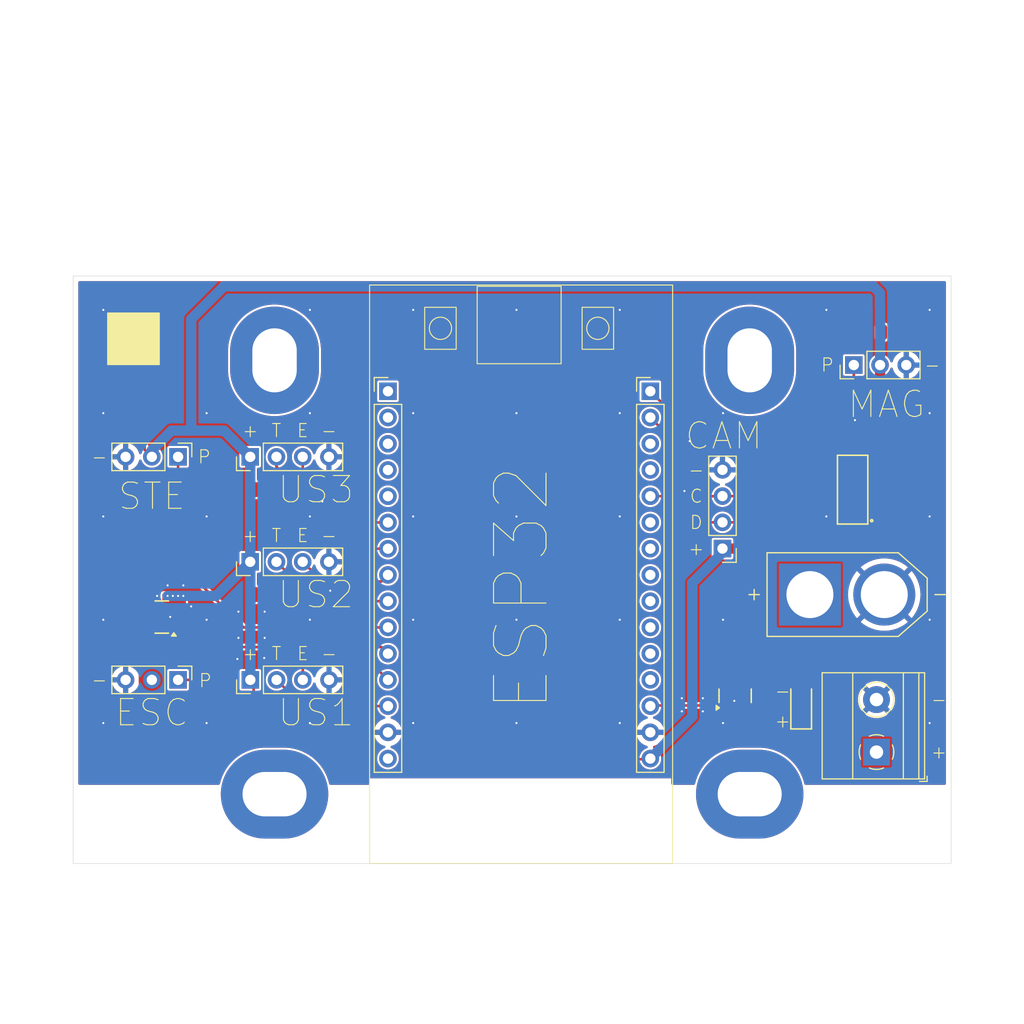
<source format=kicad_pcb>
(kicad_pcb (version 20240108) (generator "pcbnew") (generator_version "8.0")
  (layers (0 "F.Cu" signal) (31 "B.Cu" signal) (34 "B.Paste" user) (35 "F.Paste" user) (36 "B.SilkS" user "B.Silkscreen") (37 "F.SilkS" user "F.Silkscreen") (38 "B.Mask" user) (39 "F.Mask" user) (44 "Edge.Cuts" user))
  (net 0 "")
  (net 1 "+5V")
  (net 2 "GND")
  (net 3 "+3V3")
  (net 4 "/Connectors/Motor_Batt_+")
  (net 5 "/MCUs/ESP32_D34")
  (net 6 "/MCUs/VIN")
  (net 7 "/MCUs/ESP32_VP")
  (net 8 "/MCUs/ESP32_EN")
  (net 9 "/MCUs/ESP32_VN")
  (net 10 "/MCUs/ESP32_D35")
  (net 11 "/MCUs/ESP32_D16")
  (net 12 "/MCUs/ESP32_RX0")
  (net 13 "/MCUs/ESP32_D15")
  (net 14 "/MCUs/ESP32_D19")
  (net 15 "/MCUs/ESP32_D2")
  (net 16 "/MCUs/ESP32_TX0")
  (net 17 "/MCUs/ESP32_D4")
  (net 18 "/MCUs/ESP32_D17")
  (net 19 "/MCUs/ESP32_D5")
  (net 20 "/MCUs/ESP32_D18")
  (net 21 "/Connectors/ULTRASONICS.US1_ECHO")
  (net 22 "/Connectors/ULTRASONICS.US3_TRIGG")
  (net 23 "/Connectors/ULTRASONICS.US3_ECHO")
  (net 24 "/Connectors/ULTRASONICS.US2_TRIGG")
  (net 25 "/Connectors/ULTRASONICS.US2_ECHO")
  (net 26 "/Connectors/ULTRASONICS.US1_TRIGG")
  (net 27 "Net-(Q401-G)")
  (net 28 "/Connectors/ESC_5V")
  (net 29 "/Connectors/MOTORS.ESC")
  (net 30 "/Connectors/MOTORS.Steering")
  (net 31 "/Connectors/MOTORS.Magnet")
  (net 32 "/Connectors/Magnet_+")
  (net 33 "/Connectors/XIAO.SDA")
  (net 34 "/Connectors/XIAO.SCL")
  (footprint "Connector_PinHeader_2.54mm:PinHeader_1x04_P2.54mm_Vertical" (layer "F.Cu") (at 74.175 95.12 90)
    (property "Reference" "J501" (hide yes))
    (property "Value" "Conn_01x04")
    (fp_line (start -1.33 -1.33) (end 0 -1.33) (stroke (width 0.12)) (layer "F.SilkS"))
    (fp_line (start -1.33 0) (end -1.33 -1.33) (stroke (width 0.12)) (layer "F.SilkS"))
    (fp_line (start 1.33 1.27) (end 1.33 8.95) (stroke (width 0.12)) (layer "F.SilkS"))
    (fp_line (start -1.33 1.27) (end 1.33 1.27) (stroke (width 0.12)) (layer "F.SilkS"))
    (fp_line (start -1.33 1.27) (end -1.33 8.95) (stroke (width 0.12)) (layer "F.SilkS"))
    (fp_line (start -1.33 8.95) (end 1.33 8.95) (stroke (width 0.12)) (layer "F.SilkS"))
    (pad "1" thru_hole rect (at 0 0 90) (size 1.7 1.7) (drill 1) (layers "*.Cu" "*.Mask") (net 1 "+5V"))
    (pad "2" thru_hole oval (at 0 2.54 90) (size 1.7 1.7) (drill 1) (layers "*.Cu" "*.Mask") (net 22 "/Connectors/ULTRASONICS.US3_TRIGG"))
    (pad "3" thru_hole oval (at 0 5.08 90) (size 1.7 1.7) (drill 1) (layers "*.Cu" "*.Mask") (net 23 "/Connectors/ULTRASONICS.US3_ECHO"))
    (pad "4" thru_hole oval (at 0 7.62 90) (size 1.7 1.7) (drill 1) (layers "*.Cu" "*.Mask") (net 2 "GND"))
  )
  (footprint "PCM_JLCPCB:C_0805" (layer "F.Cu") (at 138.31 94.993 90)
    (property "Reference" "C402" (hide yes))
    (property "Value" "10uF")
    (pad "1" smd roundrect (at -0.95 0 90) (size 1 1.45) (layers "F.Cu" "F.Paste" "F.Mask") (net 1 "+5V"))
    (pad "2" smd roundrect (at 0.95 0 90) (size 1 1.45) (layers "F.Cu" "F.Paste" "F.Mask") (net 2 "GND"))
  )
  (footprint "Connector_PinHeader_2.54mm:PinHeader_1x03_P2.54mm_Vertical" (layer "F.Cu") (at 67.19 116.71 -90)
    (property "Reference" "J203" (hide yes))
    (property "Value" "Conn_01x03")
    (fp_line (start -1.33 6.41) (end 1.33 6.41) (stroke (width 0.12)) (layer "F.SilkS"))
    (fp_line (start -1.33 1.27) (end -1.33 6.41) (stroke (width 0.12)) (layer "F.SilkS"))
    (fp_line (start -1.33 1.27) (end 1.33 1.27) (stroke (width 0.12)) (layer "F.SilkS"))
    (fp_line (start 1.33 1.27) (end 1.33 6.41) (stroke (width 0.12)) (layer "F.SilkS"))
    (fp_line (start -1.33 0) (end -1.33 -1.33) (stroke (width 0.12)) (layer "F.SilkS"))
    (fp_line (start -1.33 -1.33) (end 0 -1.33) (stroke (width 0.12)) (layer "F.SilkS"))
    (pad "1" thru_hole rect (at 0 0 270) (size 1.7 1.7) (drill 1) (layers "*.Cu" "*.Mask") (net 29 "/Connectors/MOTORS.ESC"))
    (pad "2" thru_hole oval (at 0 2.54 270) (size 1.7 1.7) (drill 1) (layers "*.Cu" "*.Mask") (net 28 "/Connectors/ESC_5V"))
    (pad "3" thru_hole oval (at 0 5.08 270) (size 1.7 1.7) (drill 1) (layers "*.Cu" "*.Mask") (net 2 "GND"))
  )
  (footprint "PCM_JLCPCB:SOT-223-3_L6.5-W3.4-P2.30-LS7.0-BR" (layer "F.Cu") (at 132.595 98.295)
    (property "Reference" "U401" (hide yes))
    (property "Value" "AMS1117")
    (fp_line (start -1.57 -3.33) (end 1.37 -3.33) (stroke (width 0.15)) (layer "F.SilkS"))
    (fp_line (start -1.57 3.33) (end -1.57 -3.33) (stroke (width 0.15)) (layer "F.SilkS"))
    (fp_line (start 1.37 -3.33) (end 1.37 3.33) (stroke (width 0.15)) (layer "F.SilkS"))
    (fp_line (start 1.37 3.33) (end -1.57 3.33) (stroke (width 0.15)) (layer "F.SilkS"))
    (fp_circle (center 1.75 3) (end 1.78 3) (stroke (width 0.15)) (fill none) (layer "F.SilkS"))
    (pad "1" smd roundrect (at 2.97 2.3) (size 2.5 1.1) (layers "F.Cu" "F.Paste" "F.Mask") (roundrect_rratio 0.2272727273) (net 2 "GND"))
    (pad "2" smd roundrect (at 2.97 0) (size 2.5 1.1) (layers "F.Cu" "F.Paste" "F.Mask") (roundrect_rratio 0.2272727273) (net 3 "+3V3"))
    (pad "3" smd roundrect (at 2.97 -2.3) (size 2.5 1.1) (layers "F.Cu" "F.Paste" "F.Mask") (roundrect_rratio 0.2272727273) (net 1 "+5V"))
    (pad "4" smd roundrect (at -3 0) (size 2.34 3.6) (layers "F.Cu" "F.Paste" "F.Mask") (roundrect_rratio 0.1068376068) (net 3 "+3V3"))
  )
  (footprint "PCM_JLCPCB:C_0805" (layer "F.Cu") (at 75.445 108.455)
    (property "Reference" "C601" (hide yes))
    (property "Value" "1uF")
    (pad "1" smd roundrect (at -0.95 0) (size 1 1.45) (layers "F.Cu" "F.Paste" "F.Mask") (net 1 "+5V"))
    (pad "2" smd roundrect (at 0.95 0) (size 1 1.45) (layers "F.Cu" "F.Paste" "F.Mask") (net 2 "GND"))
  )
  (footprint "Connector_PinHeader_2.54mm:PinHeader_1x04_P2.54mm_Vertical" (layer "F.Cu") (at 119.895 104 180)
    (property "Reference" "J206" (hide yes))
    (property "Value" "Conn_01x04")
    (fp_line (start 1.33 1.27) (end 1.33 8.95) (stroke (width 0.12)) (layer "F.SilkS"))
    (fp_line (start -1.33 8.95) (end 1.33 8.95) (stroke (width 0.12)) (layer "F.SilkS"))
    (fp_line (start -1.33 1.27) (end 1.33 1.27) (stroke (width 0.12)) (layer "F.SilkS"))
    (fp_line (start -1.33 1.27) (end -1.33 8.95) (stroke (width 0.12)) (layer "F.SilkS"))
    (fp_line (start -1.33 0) (end -1.33 -1.33) (stroke (width 0.12)) (layer "F.SilkS"))
    (fp_line (start -1.33 -1.33) (end 0 -1.33) (stroke (width 0.12)) (layer "F.SilkS"))
    (pad "1" thru_hole rect (at 0 0 180) (size 1.7 1.7) (drill 1) (layers "*.Cu" "*.Mask") (net 3 "+3V3"))
    (pad "2" thru_hole oval (at 0 2.54 180) (size 1.7 1.7) (drill 1) (layers "*.Cu" "*.Mask") (net 33 "/Connectors/XIAO.SDA"))
    (pad "3" thru_hole oval (at 0 5.08 180) (size 1.7 1.7) (drill 1) (layers "*.Cu" "*.Mask") (net 34 "/Connectors/XIAO.SCL"))
    (pad "4" thru_hole oval (at 0 7.62 180) (size 1.7 1.7) (drill 1) (layers "*.Cu" "*.Mask") (net 2 "GND"))
  )
  (footprint "PCM_JLCPCB:C_0805" (layer "F.Cu") (at 109.735 123.441 90)
    (property "Reference" "C302" (hide yes))
    (property "Value" "1uF")
    (pad "1" smd roundrect (at -0.95 0 90) (size 1 1.45) (layers "F.Cu" "F.Paste" "F.Mask") (net 3 "+3V3"))
    (pad "2" smd roundrect (at 0.95 0 90) (size 1 1.45) (layers "F.Cu" "F.Paste" "F.Mask") (net 2 "GND"))
  )
  (footprint "Connector_PinHeader_2.54mm:PinHeader_1x03_P2.54mm_Vertical" (layer "F.Cu") (at 132.61 86.23 90)
    (property "Reference" "J205" (hide yes))
    (property "Value" "Conn_01x03")
    (fp_line (start -1.33 -1.33) (end 0 -1.33) (stroke (width 0.12)) (layer "F.SilkS"))
    (fp_line (start -1.33 0) (end -1.33 -1.33) (stroke (width 0.12)) (layer "F.SilkS"))
    (fp_line (start 1.33 1.27) (end 1.33 6.41) (stroke (width 0.12)) (layer "F.SilkS"))
    (fp_line (start -1.33 1.27) (end 1.33 1.27) (stroke (width 0.12)) (layer "F.SilkS"))
    (fp_line (start -1.33 1.27) (end -1.33 6.41) (stroke (width 0.12)) (layer "F.SilkS"))
    (fp_line (start -1.33 6.41) (end 1.33 6.41) (stroke (width 0.12)) (layer "F.SilkS"))
    (pad "1" thru_hole rect (at 0 0 90) (size 1.7 1.7) (drill 1) (layers "*.Cu" "*.Mask") (net 31 "/Connectors/MOTORS.Magnet"))
    (pad "2" thru_hole oval (at 0 2.54 90) (size 1.7 1.7) (drill 1) (layers "*.Cu" "*.Mask") (net 1 "+5V"))
    (pad "3" thru_hole oval (at 0 5.08 90) (size 1.7 1.7) (drill 1) (layers "*.Cu" "*.Mask") (net 2 "GND"))
  )
  (footprint "PCM_JLCPCB:Q_SOT-23" (layer "F.Cu") (at 121.12 118.25 90)
    (property "Reference" "Q201" (hide yes))
    (property "Value" "AO3400A")
    (fp_line (start 0 -1.56) (end 0.65 -1.56) (stroke (width 0.15)) (layer "F.SilkS"))
    (fp_line (start 0 -1.56) (end -0.65 -1.56) (stroke (width 0.15)) (layer "F.SilkS"))
    (fp_line (start 0 1.56) (end 0.65 1.56) (stroke (width 0.15)) (layer "F.SilkS"))
    (fp_line (start 0 1.56) (end -0.65 1.56) (stroke (width 0.15)) (layer "F.SilkS"))
    (fp_poly (pts (xy -1.1625 -1.51) (xy -1.4025 -1.84) (xy -0.9225 -1.84) (xy -1.1625 -1.51)) (stroke (width 0.12)) (fill solid) (layer "F.SilkS"))
    (pad "1" smd roundrect (at -0.94 -0.95 90) (size 1.48 0.6) (layers "F.Cu" "F.Paste" "F.Mask") (net 13 "/MCUs/ESP32_D15"))
    (pad "2" smd roundrect (at -0.94 0.95 90) (size 1.48 0.6) (layers "F.Cu" "F.Paste" "F.Mask") (net 32 "/Connectors/Magnet_+"))
    (pad "3" smd roundrect (at 0.94 0 90) (size 1.48 0.6) (layers "F.Cu" "F.Paste" "F.Mask") (net 4 "/Connectors/Motor_Batt_+"))
  )
  (footprint "PCM_JLCPCB:C_0805" (layer "F.Cu") (at 65.615 113.805)
    (property "Reference" "C201" (hide yes))
    (property "Value" "1uF")
    (pad "1" smd roundrect (at -0.95 0) (size 1 1.45) (layers "F.Cu" "F.Paste" "F.Mask") (net 28 "/Connectors/ESC_5V"))
    (pad "2" smd roundrect (at 0.95 0) (size 1 1.45) (layers "F.Cu" "F.Paste" "F.Mask") (net 2 "GND"))
  )
  (footprint "PCM_JLCPCB:Q_SOT-23" (layer "F.Cu") (at 65.615 110.63 180)
    (property "Reference" "Q401" (hide yes))
    (property "Value" "AO3401A")
    (fp_line (start 0 1.56) (end 0.65 1.56) (stroke (width 0.15)) (layer "F.SilkS"))
    (fp_line (start 0 1.56) (end -0.65 1.56) (stroke (width 0.15)) (layer "F.SilkS"))
    (fp_line (start 0 -1.56) (end 0.65 -1.56) (stroke (width 0.15)) (layer "F.SilkS"))
    (fp_line (start 0 -1.56) (end -0.65 -1.56) (stroke (width 0.15)) (layer "F.SilkS"))
    (fp_poly (pts (xy -1.1625 -1.51) (xy -1.4025 -1.84) (xy -0.9225 -1.84) (xy -1.1625 -1.51)) (stroke (width 0.12)) (fill solid) (layer "F.SilkS"))
    (pad "1" smd roundrect (at -0.94 -0.95 180) (size 1.48 0.6) (layers "F.Cu" "F.Paste" "F.Mask") (net 27 "Net-(Q401-G)"))
    (pad "2" smd roundrect (at -0.94 0.95 180) (size 1.48 0.6) (layers "F.Cu" "F.Paste" "F.Mask") (net 1 "+5V"))
    (pad "3" smd roundrect (at 0.94 0 180) (size 1.48 0.6) (layers "F.Cu" "F.Paste" "F.Mask") (net 28 "/Connectors/ESC_5V"))
  )
  (footprint "TerminalBlock_Phoenix:TerminalBlock_Phoenix_MKDS-1,5-2-5.08_1x02_P5.08mm_Horizontal" (layer "F.Cu") (at 134.805 123.7 90)
    (property "Reference" "J202" (hide yes))
    (property "Value" "5.08mm Screw Terminal")
    (fp_line (start 7.68 -5.261) (end 7.68 4.66) (stroke (width 0.12)) (layer "F.SilkS"))
    (fp_line (start -2.6 -5.261) (end 7.68 -5.261) (stroke (width 0.12)) (layer "F.SilkS"))
    (fp_line (start -2.6 -5.261) (end -2.6 4.66) (stroke (width 0.12)) (layer "F.SilkS"))
    (fp_line (start -2.6 -2.301) (end 7.68 -2.301) (stroke (width 0.12)) (layer "F.SilkS"))
    (fp_line (start 6.15 -1.275) (end 6.115 -1.239) (stroke (width 0.12)) (layer "F.SilkS"))
    (fp_line (start 6.355 -1.069) (end 6.308 -1.023) (stroke (width 0.12)) (layer "F.SilkS"))
    (fp_line (start 3.853 1.023) (end 3.806 1.069) (stroke (width 0.12)) (layer "F.SilkS"))
    (fp_line (start 4.046 1.239) (end 4.011 1.274) (stroke (width 0.12)) (layer "F.SilkS"))
    (fp_line (start -2.6 2.6) (end 7.68 2.6) (stroke (width 0.12)) (layer "F.SilkS"))
    (fp_line (start -2.6 4.1) (end 7.68 4.1) (stroke (width 0.12)) (layer "F.SilkS"))
    (fp_line (start -2.84 4.16) (end -2.84 4.9) (stroke (width 0.12)) (layer "F.SilkS"))
    (fp_line (start -2.6 4.66) (end 7.68 4.66) (stroke (width 0.12)) (layer "F.SilkS"))
    (fp_line (start -2.84 4.9) (end -2.34 4.9) (stroke (width 0.12)) (layer "F.SilkS"))
    (fp_arc (start -0.683042 -1.535427) (mid 0.000524 -1.680501) (end 0.684 -1.535) (stroke (width 0.12)) (layer "F.SilkS"))
    (fp_arc (start 1.535427 -0.683042) (mid 1.680501 0.000524) (end 1.535 0.684) (stroke (width 0.12)) (layer "F.SilkS"))
    (fp_arc (start -1.535427 0.683042) (mid -1.680501 -0.000524) (end -1.535 -0.684) (stroke (width 0.12)) (layer "F.SilkS"))
    (fp_arc (start 0.683318 1.534756) (mid 0.349292 1.643288) (end 0 1.68) (stroke (width 0.12)) (layer "F.SilkS"))
    (fp_arc (start 0.028805 1.680253) (mid -0.335551 1.646659) (end -0.684 1.535) (stroke (width 0.12)) (layer "F.SilkS"))
    (fp_circle (center 5.08 0) (end 6.76 0) (stroke (width 0.12)) (fill none) (layer "F.SilkS"))
    (pad "1" thru_hole rect (at 0 0 90) (size 2.6 2.6) (drill 1.3) (layers "*.Cu" "*.Mask") (net 32 "/Connectors/Magnet_+"))
    (pad "2" thru_hole circle (at 5.08 0 90) (size 2.6 2.6) (drill 1.3) (layers "*.Cu" "*.Mask") (net 2 "GND"))
  )
  (footprint "Connector_PinHeader_2.54mm:PinHeader_1x15_P2.54mm_Vertical" (layer "F.Cu") (at 87.51 88.77)
    (property "Reference" "J301" (hide yes))
    (property "Value" "Conn_01x15")
    (fp_line (start -1.33 -1.33) (end 0 -1.33) (stroke (width 0.12)) (layer "F.SilkS"))
    (fp_line (start -1.33 0) (end -1.33 -1.33) (stroke (width 0.12)) (layer "F.SilkS"))
    (fp_line (start -1.33 1.27) (end -1.33 36.89) (stroke (width 0.12)) (layer "F.SilkS"))
    (fp_line (start -1.33 1.27) (end 1.33 1.27) (stroke (width 0.12)) (layer "F.SilkS"))
    (fp_line (start -1.33 36.89) (end 1.33 36.89) (stroke (width 0.12)) (layer "F.SilkS"))
    (fp_line (start 1.33 1.27) (end 1.33 36.89) (stroke (width 0.12)) (layer "F.SilkS"))
    (pad "1" thru_hole rect (at 0 0) (size 1.7 1.7) (drill 1) (layers "*.Cu" "*.Mask") (net 8 "/MCUs/ESP32_EN"))
    (pad "2" thru_hole oval (at 0 2.54) (size 1.7 1.7) (drill 1) (layers "*.Cu" "*.Mask") (net 7 "/MCUs/ESP32_VP"))
    (pad "3" thru_hole oval (at 0 5.08) (size 1.7 1.7) (drill 1) (layers "*.Cu" "*.Mask") (net 9 "/MCUs/ESP32_VN"))
    (pad "4" thru_hole oval (at 0 7.62) (size 1.7 1.7) (drill 1) (layers "*.Cu" "*.Mask") (net 5 "/MCUs/ESP32_D34"))
    (pad "5" thru_hole oval (at 0 10.16) (size 1.7 1.7) (drill 1) (layers "*.Cu" "*.Mask") (net 10 "/MCUs/ESP32_D35"))
    (pad "6" thru_hole oval (at 0 12.7) (size 1.7 1.7) (drill 1) (layers "*.Cu" "*.Mask") (net 23 "/Connectors/ULTRASONICS.US3_ECHO"))
    (pad "7" thru_hole oval (at 0 15.24) (size 1.7 1.7) (drill 1) (layers "*.Cu" "*.Mask") (net 22 "/Connectors/ULTRASONICS.US3_TRIGG"))
    (pad "8" thru_hole oval (at 0 17.78) (size 1.7 1.7) (drill 1) (layers "*.Cu" "*.Mask") (net 25 "/Connectors/ULTRASONICS.US2_ECHO"))
    (pad "9" thru_hole oval (at 0 20.32) (size 1.7 1.7) (drill 1) (layers "*.Cu" "*.Mask") (net 24 "/Connectors/ULTRASONICS.US2_TRIGG"))
    (pad "10" thru_hole oval (at 0 22.86) (size 1.7 1.7) (drill 1) (layers "*.Cu" "*.Mask") (net 30 "/Connectors/MOTORS.Steering"))
    (pad "11" thru_hole oval (at 0 25.4) (size 1.7 1.7) (drill 1) (layers "*.Cu" "*.Mask") (net 29 "/Connectors/MOTORS.ESC"))
    (pad "12" thru_hole oval (at 0 27.94) (size 1.7 1.7) (drill 1) (layers "*.Cu" "*.Mask") (net 21 "/Connectors/ULTRASONICS.US1_ECHO"))
    (pad "13" thru_hole oval (at 0 30.48) (size 1.7 1.7) (drill 1) (layers "*.Cu" "*.Mask") (net 26 "/Connectors/ULTRASONICS.US1_TRIGG"))
    (pad "14" thru_hole oval (at 0 33.02) (size 1.7 1.7) (drill 1) (layers "*.Cu" "*.Mask") (net 2 "GND"))
    (pad "15" thru_hole oval (at 0 35.56) (size 1.7 1.7) (drill 1) (layers "*.Cu" "*.Mask") (net 6 "/MCUs/VIN"))
  )
  (footprint "MountingHole:MountingHole_4.3x6.2mm_M4_Pad" (layer "F.Cu") (at 122.53 127.775)
    (property "Reference" "H203" (hide yes))
    (property "Value" "MountingHole_Pad")
    (pad "1" thru_hole oval (at 0 0) (size 10.4 8.6) (drill oval 6.2 4.3) (layers "*.Cu" "*.Mask"))
  )
  (footprint "Connector_PinHeader_2.54mm:PinHeader_1x04_P2.54mm_Vertical" (layer "F.Cu") (at 74.185 116.71 90)
    (property "Reference" "J701" (hide yes))
    (property "Value" "Conn_01x04")
    (fp_line (start -1.33 -1.33) (end 0 -1.33) (stroke (width 0.12)) (layer "F.SilkS"))
    (fp_line (start -1.33 0) (end -1.33 -1.33) (stroke (width 0.12)) (layer "F.SilkS"))
    (fp_line (start 1.33 1.27) (end 1.33 8.95) (stroke (width 0.12)) (layer "F.SilkS"))
    (fp_line (start -1.33 1.27) (end 1.33 1.27) (stroke (width 0.12)) (layer "F.SilkS"))
    (fp_line (start -1.33 1.27) (end -1.33 8.95) (stroke (width 0.12)) (layer "F.SilkS"))
    (fp_line (start -1.33 8.95) (end 1.33 8.95) (stroke (width 0.12)) (layer "F.SilkS"))
    (pad "1" thru_hole rect (at 0 0 90) (size 1.7 1.7) (drill 1) (layers "*.Cu" "*.Mask") (net 1 "+5V"))
    (pad "2" thru_hole oval (at 0 2.54 90) (size 1.7 1.7) (drill 1) (layers "*.Cu" "*.Mask") (net 26 "/Connectors/ULTRASONICS.US1_TRIGG"))
    (pad "3" thru_hole oval (at 0 5.08 90) (size 1.7 1.7) (drill 1) (layers "*.Cu" "*.Mask") (net 21 "/Connectors/ULTRASONICS.US1_ECHO"))
    (pad "4" thru_hole oval (at 0 7.62 90) (size 1.7 1.7) (drill 1) (layers "*.Cu" "*.Mask") (net 2 "GND"))
  )
  (footprint "MountingHole:MountingHole_4.3x6.2mm_M4_Pad" (layer "F.Cu") (at 122.53 85.775 90)
    (property "Reference" "H202" (hide yes))
    (property "Value" "MountingHole_Pad")
    (pad "1" thru_hole oval (at 0 0 90) (size 10.4 8.6) (drill oval 6.2 4.3) (layers "*.Cu" "*.Mask"))
  )
  (footprint "Connector_PinHeader_2.54mm:PinHeader_1x04_P2.54mm_Vertical" (layer "F.Cu") (at 74.175 105.28 90)
    (property "Reference" "J601" (hide yes))
    (property "Value" "Conn_01x04")
    (fp_line (start -1.33 -1.33) (end 0 -1.33) (stroke (width 0.12)) (layer "F.SilkS"))
    (fp_line (start -1.33 0) (end -1.33 -1.33) (stroke (width 0.12)) (layer "F.SilkS"))
    (fp_line (start 1.33 1.27) (end 1.33 8.95) (stroke (width 0.12)) (layer "F.SilkS"))
    (fp_line (start -1.33 1.27) (end 1.33 1.27) (stroke (width 0.12)) (layer "F.SilkS"))
    (fp_line (start -1.33 1.27) (end -1.33 8.95) (stroke (width 0.12)) (layer "F.SilkS"))
    (fp_line (start -1.33 8.95) (end 1.33 8.95) (stroke (width 0.12)) (layer "F.SilkS"))
    (pad "1" thru_hole rect (at 0 0 90) (size 1.7 1.7) (drill 1) (layers "*.Cu" "*.Mask") (net 1 "+5V"))
    (pad "2" thru_hole oval (at 0 2.54 90) (size 1.7 1.7) (drill 1) (layers "*.Cu" "*.Mask") (net 24 "/Connectors/ULTRASONICS.US2_TRIGG"))
    (pad "3" thru_hole oval (at 0 5.08 90) (size 1.7 1.7) (drill 1) (layers "*.Cu" "*.Mask") (net 25 "/Connectors/ULTRASONICS.US2_ECHO"))
    (pad "4" thru_hole oval (at 0 7.62 90) (size 1.7 1.7) (drill 1) (layers "*.Cu" "*.Mask") (net 2 "GND"))
  )
  (footprint "PCM_JLCPCB:C_0805" (layer "F.Cu") (at 75.455 119.885)
    (property "Reference" "C701" (hide yes))
    (property "Value" "1uF")
    (pad "1" smd roundrect (at -0.95 0) (size 1 1.45) (layers "F.Cu" "F.Paste" "F.Mask") (net 1 "+5V"))
    (pad "2" smd roundrect (at 0.95 0) (size 1 1.45) (layers "F.Cu" "F.Paste" "F.Mask") (net 2 "GND"))
  )
  (footprint "PCM_JLCPCB:D_SOD-123FL" (layer "F.Cu") (at 127.515 119.25 90)
    (property "Reference" "D201" (hide yes))
    (property "Value" "SM4007PL")
    (fp_line (start -2.21 -1) (end 1.65 -1) (stroke (width 0.15)) (layer "F.SilkS"))
    (fp_line (start -2.21 -1) (end -2.21 1) (stroke (width 0.15)) (layer "F.SilkS"))
    (fp_line (start -2.21 1) (end 1.65 1) (stroke (width 0.15)) (layer "F.SilkS"))
    (pad "1" smd roundrect (at -1.4 0 90) (size 1.1 1.6) (layers "F.Cu" "F.Paste" "F.Mask") (roundrect_rratio 0.2272727273) (net 32 "/Connectors/Magnet_+"))
    (pad "2" smd roundrect (at 1.4 0 90) (size 1.1 1.6) (layers "F.Cu" "F.Paste" "F.Mask") (roundrect_rratio 0.2272727273) (net 2 "GND"))
  )
  (footprint "PCM_JLCPCB:C_0805" (layer "F.Cu") (at 138.31 99.184 -90)
    (property "Reference" "C401" (hide yes))
    (property "Value" "22uF")
    (pad "1" smd roundrect (at -0.95 0 270) (size 1 1.45) (layers "F.Cu" "F.Paste" "F.Mask") (net 3 "+3V3"))
    (pad "2" smd roundrect (at 0.95 0 270) (size 1 1.45) (layers "F.Cu" "F.Paste" "F.Mask") (net 2 "GND"))
  )
  (footprint "MountingHole:MountingHole_4.3x6.2mm_M4_Pad" (layer "F.Cu") (at 76.53 85.775 90)
    (property "Reference" "H201" (hide yes))
    (property "Value" "MountingHole_Pad")
    (pad "1" thru_hole oval (at 0 0 90) (size 10.4 8.6) (drill oval 6.2 4.3) (layers "*.Cu" "*.Mask"))
  )
  (footprint "PCM_JLCPCB:C_0805" (layer "F.Cu") (at 75.445 98.295)
    (property "Reference" "C501" (hide yes))
    (property "Value" "1uF")
    (pad "1" smd roundrect (at -0.95 0) (size 1 1.45) (layers "F.Cu" "F.Paste" "F.Mask") (net 1 "+5V"))
    (pad "2" smd roundrect (at 0.95 0) (size 1 1.45) (layers "F.Cu" "F.Paste" "F.Mask") (net 2 "GND"))
  )
  (footprint "MountingHole:MountingHole_4.3x6.2mm_M4_Pad" (layer "F.Cu") (at 76.53 127.775 180)
    (property "Reference" "H204" (hide yes))
    (property "Value" "MountingHole_Pad")
    (pad "1" thru_hole oval (at 0 0 180) (size 10.4 8.6) (drill oval 6.2 4.3) (layers "*.Cu" "*.Mask"))
  )
  (footprint "PCM_JLCPCB:C_0805" (layer "F.Cu") (at 63.005 91.945 180)
    (property "Reference" "C202" (hide yes))
    (property "Value" "1uF")
    (pad "1" smd roundrect (at -0.95 0 180) (size 1 1.45) (layers "F.Cu" "F.Paste" "F.Mask") (net 1 "+5V"))
    (pad "2" smd roundrect (at 0.95 0 180) (size 1 1.45) (layers "F.Cu" "F.Paste" "F.Mask") (net 2 "GND"))
  )
  (footprint "XT60-M:AMASS_XT60-M" (layer "F.Cu") (at 131.96 108.455)
    (property "Reference" "J201" (hide yes))
    (property "Value" "XT60-M")
    (fp_line (start -9.5 0) (end -8.5 0) (stroke (width 0.127)) (layer "F.SilkS"))
    (fp_line (start -9 -0.5) (end -9 0.5) (stroke (width 0.127)) (layer "F.SilkS"))
    (fp_line (start -7.75 -4.05) (end 4.95 -4.05) (stroke (width 0.127)) (layer "F.SilkS"))
    (fp_line (start -7.75 4.05) (end -7.75 -4.05) (stroke (width 0.127)) (layer "F.SilkS"))
    (fp_line (start 4.95 -4.05) (end 7.75 -1.6) (stroke (width 0.127)) (layer "F.SilkS"))
    (fp_line (start 4.95 4.05) (end -7.75 4.05) (stroke (width 0.127)) (layer "F.SilkS"))
    (fp_line (start 7.75 -1.6) (end 7.75 1.6) (stroke (width 0.127)) (layer "F.SilkS"))
    (fp_line (start 7.75 1.6) (end 4.95 4.05) (stroke (width 0.127)) (layer "F.SilkS"))
    (fp_line (start 8.5 0) (end 9.5 0) (stroke (width 0.127)) (layer "F.SilkS"))
    (pad "N" thru_hole circle (at 3.6 0) (size 6 6) (drill 4.55) (layers "*.Cu" "*.Mask") (net 2 "GND"))
    (pad "P" thru_hole rect (at -3.6 0) (size 6 6) (drill 4.55) (layers "*.Cu" "*.Mask") (net 4 "/Connectors/Motor_Batt_+"))
  )
  (footprint "PCM_JLCPCB:R_0805" (layer "F.Cu") (at 68.79 112.9 -90)
    (property "Reference" "R401" (hide yes))
    (property "Value" "10kΩ")
    (pad "1" smd roundrect (at -0.91 0 270) (size 1.02 1.4) (layers "F.Cu" "F.Paste" "F.Mask") (roundrect_rratio 0.243902) (net 27 "Net-(Q401-G)"))
    (pad "2" smd roundrect (at 0.91 0 270) (size 1.02 1.4) (layers "F.Cu" "F.Paste" "F.Mask") (roundrect_rratio 0.243902) (net 2 "GND"))
  )
  (footprint "PCM_JLCPCB:C_0805" (layer "F.Cu") (at 136.278 83.055)
    (property "Reference" "C203" (hide yes))
    (property "Value" "1uF")
    (pad "1" smd roundrect (at -0.95 0) (size 1 1.45) (layers "F.Cu" "F.Paste" "F.Mask") (net 1 "+5V"))
    (pad "2" smd roundrect (at 0.95 0) (size 1 1.45) (layers "F.Cu" "F.Paste" "F.Mask") (net 2 "GND"))
  )
  (footprint "PCM_JLCPCB:R_0805" (layer "F.Cu") (at 123.66 98.93 180)
    (property "Reference" "R301" (hide yes))
    (property "Value" "4.7kΩ")
    (pad "1" smd roundrect (at -0.91 0 180) (size 1.02 1.4) (layers "F.Cu" "F.Paste" "F.Mask") (roundrect_rratio 0.243902) (net 3 "+3V3"))
    (pad "2" smd roundrect (at 0.91 0 180) (size 1.02 1.4) (layers "F.Cu" "F.Paste" "F.Mask") (roundrect_rratio 0.243902) (net 34 "/Connectors/XIAO.SCL"))
  )
  (footprint "Connector_PinHeader_2.54mm:PinHeader_1x03_P2.54mm_Vertical" (layer "F.Cu") (at 67.19 95.12 -90)
    (property "Reference" "J204" (hide yes))
    (property "Value" "Conn_01x03")
    (fp_line (start -1.33 6.41) (end 1.33 6.41) (stroke (width 0.12)) (layer "F.SilkS"))
    (fp_line (start -1.33 1.27) (end -1.33 6.41) (stroke (width 0.12)) (layer "F.SilkS"))
    (fp_line (start -1.33 1.27) (end 1.33 1.27) (stroke (width 0.12)) (layer "F.SilkS"))
    (fp_line (start 1.33 1.27) (end 1.33 6.41) (stroke (width 0.12)) (layer "F.SilkS"))
    (fp_line (start -1.33 0) (end -1.33 -1.33) (stroke (width 0.12)) (layer "F.SilkS"))
    (fp_line (start -1.33 -1.33) (end 0 -1.33) (stroke (width 0.12)) (layer "F.SilkS"))
    (pad "1" thru_hole rect (at 0 0 270) (size 1.7 1.7) (drill 1) (layers "*.Cu" "*.Mask") (net 30 "/Connectors/MOTORS.Steering"))
    (pad "2" thru_hole oval (at 0 2.54 270) (size 1.7 1.7) (drill 1) (layers "*.Cu" "*.Mask") (net 1 "+5V"))
    (pad "3" thru_hole oval (at 0 5.08 270) (size 1.7 1.7) (drill 1) (layers "*.Cu" "*.Mask") (net 2 "GND"))
  )
  (footprint "Connector_PinHeader_2.54mm:PinHeader_1x15_P2.54mm_Vertical" (layer "F.Cu") (at 112.91 88.77)
    (property "Reference" "J302" (hide yes))
    (property "Value" "Conn_01x15")
    (fp_line (start -1.33 -1.33) (end 0 -1.33) (stroke (width 0.12)) (layer "F.SilkS"))
    (fp_line (start -1.33 0) (end -1.33 -1.33) (stroke (width 0.12)) (layer "F.SilkS"))
    (fp_line (start -1.33 1.27) (end -1.33 36.89) (stroke (width 0.12)) (layer "F.SilkS"))
    (fp_line (start -1.33 1.27) (end 1.33 1.27) (stroke (width 0.12)) (layer "F.SilkS"))
    (fp_line (start -1.33 36.89) (end 1.33 36.89) (stroke (width 0.12)) (layer "F.SilkS"))
    (fp_line (start 1.33 1.27) (end 1.33 36.89) (stroke (width 0.12)) (layer "F.SilkS"))
    (pad "1" thru_hole rect (at 0 0) (size 1.7 1.7) (drill 1) (layers "*.Cu" "*.Mask") (net 31 "/Connectors/MOTORS.Magnet"))
    (pad "2" thru_hole oval (at 0 2.54) (size 1.7 1.7) (drill 1) (layers "*.Cu" "*.Mask") (net 34 "/Connectors/XIAO.SCL"))
    (pad "3" thru_hole oval (at 0 5.08) (size 1.7 1.7) (drill 1) (layers "*.Cu" "*.Mask") (net 16 "/MCUs/ESP32_TX0"))
    (pad "4" thru_hole oval (at 0 7.62) (size 1.7 1.7) (drill 1) (layers "*.Cu" "*.Mask") (net 12 "/MCUs/ESP32_RX0"))
    (pad "5" thru_hole oval (at 0 10.16) (size 1.7 1.7) (drill 1) (layers "*.Cu" "*.Mask") (net 33 "/Connectors/XIAO.SDA"))
    (pad "6" thru_hole oval (at 0 12.7) (size 1.7 1.7) (drill 1) (layers "*.Cu" "*.Mask") (net 14 "/MCUs/ESP32_D19"))
    (pad "7" thru_hole oval (at 0 15.24) (size 1.7 1.7) (drill 1) (layers "*.Cu" "*.Mask") (net 20 "/MCUs/ESP32_D18"))
    (pad "8" thru_hole oval (at 0 17.78) (size 1.7 1.7) (drill 1) (layers "*.Cu" "*.Mask") (net 19 "/MCUs/ESP32_D5"))
    (pad "9" thru_hole oval (at 0 20.32) (size 1.7 1.7) (drill 1) (layers "*.Cu" "*.Mask") (net 18 "/MCUs/ESP32_D17"))
    (pad "10" thru_hole oval (at 0 22.86) (size 1.7 1.7) (drill 1) (layers "*.Cu" "*.Mask") (net 11 "/MCUs/ESP32_D16"))
    (pad "11" thru_hole oval (at 0 25.4) (size 1.7 1.7) (drill 1) (layers "*.Cu" "*.Mask") (net 17 "/MCUs/ESP32_D4"))
    (pad "12" thru_hole oval (at 0 27.94) (size 1.7 1.7) (drill 1) (layers "*.Cu" "*.Mask") (net 15 "/MCUs/ESP32_D2"))
    (pad "13" thru_hole oval (at 0 30.48) (size 1.7 1.7) (drill 1) (layers "*.Cu" "*.Mask") (net 13 "/MCUs/ESP32_D15"))
    (pad "14" thru_hole oval (at 0 33.02) (size 1.7 1.7) (drill 1) (layers "*.Cu" "*.Mask") (net 2 "GND"))
    (pad "15" thru_hole oval (at 0 35.56) (size 1.7 1.7) (drill 1) (layers "*.Cu" "*.Mask") (net 3 "+3V3"))
  )
  (footprint "PCM_JLCPCB:R_0805" (layer "F.Cu") (at 123.66 101.47 180)
    (property "Reference" "R302" (hide yes))
    (property "Value" "4.7kΩ")
    (pad "1" smd roundrect (at -0.91 0 180) (size 1.02 1.4) (layers "F.Cu" "F.Paste" "F.Mask") (roundrect_rratio 0.243902) (net 3 "+3V3"))
    (pad "2" smd roundrect (at 0.91 0 180) (size 1.02 1.4) (layers "F.Cu" "F.Paste" "F.Mask") (roundrect_rratio 0.243902) (net 33 "/Connectors/XIAO.SDA"))
  )
  (gr_rect (start 106.306 80.642) (end 109.354 84.706) (stroke (width 0.1)) (fill none) (layer "F.SilkS"))
  (gr_rect (start 91.066 80.642) (end 94.114 84.706) (stroke (width 0.1)) (fill none) (layer "F.SilkS"))
  (gr_circle (center 92.59 82.674) (end 93.352 83.436) (stroke (width 0.1)) (fill none) (layer "F.SilkS"))
  (gr_rect (start 96.146 78.61) (end 104.274 86.103) (stroke (width 0.1)) (fill none) (layer "F.SilkS"))
  (gr_rect (start 85.732 78.483) (end 115.069 134.49) (stroke (width 0.1)) (fill none) (layer "F.SilkS"))
  (gr_circle (center 107.83 82.674) (end 108.592 83.436) (stroke (width 0.1)) (fill none) (layer "F.SilkS"))
  (gr_rect (start 60.372 81.19) (end 65.372 86.19) (stroke (width 0.1)) (fill solid) (layer "F.SilkS"))
  (gr_rect (start 57.03 77.61) (end 142.03 134.49) (stroke (width 0.05)) (fill none) (layer "Edge.Cuts"))
  (gr_text "-" (at 140.85 118.615 0) (layer "F.SilkS") (effects (font (size 1.27 1.27) (thickness 0.1))))
  (gr_text "E" (at 79.255 102.74 0) (layer "F.SilkS") (effects (font (size 1.27 1.27) (thickness 0.1))))
  (gr_text "-" (at 117.355 96.39 0) (layer "F.SilkS") (effects (font (size 1.27 1.27) (thickness 0.1))))
  (gr_text "D" (at 117.355 101.47 0) (layer "F.SilkS") (effects (font (size 1.27 1.27) (thickness 0.1))))
  (gr_text "+" (at 117.355 104.01 0) (layer "F.SilkS") (effects (font (size 1.27 1.27) (thickness 0.1))))
  (gr_text "-" (at 81.805 114.17 0) (layer "F.SilkS") (effects (font (size 1.27 1.27) (thickness 0.1))))
  (gr_text "E" (at 79.265 114.17 0) (layer "F.SilkS") (effects (font (size 1.27 1.27) (thickness 0.1))))
  (gr_text "US3" (at 80.525 98.295 0) (layer "F.SilkS") (effects (font (size 2.54 2.54) (thickness 0.1))))
  (gr_text "P" (at 69.73 95.12 0) (layer "F.SilkS") (effects (font (size 1.27 1.27) (thickness 0.1))))
  (gr_text "ESP32\n" (at 100.464 107.82 90) (layer "F.SilkS") (effects (font (size 5.08 5.08) (thickness 0.1))))
  (gr_text "-" (at 59.57 116.71 0) (layer "F.SilkS") (effects (font (size 1.27 1.27) (thickness 0.1))))
  (gr_text "-" (at 59.57 95.12 0) (layer "F.SilkS") (effects (font (size 1.27 1.27) (thickness 0.1))))
  (gr_text "+" (at 74.175 102.74 0) (layer "F.SilkS") (effects (font (size 1.27 1.27) (thickness 0.1))))
  (gr_text "+" (at 74.175 92.58 0) (layer "F.SilkS") (effects (font (size 1.27 1.27) (thickness 0.1))))
  (gr_text "E" (at 79.255 92.58 0) (layer "F.SilkS") (effects (font (size 1.27 1.27) (thickness 0.1))))
  (gr_text "P" (at 130.055 86.23 0) (layer "F.SilkS") (effects (font (size 1.27 1.27) (thickness 0.1))))
  (gr_text "-" (at 81.795 92.58 0) (layer "F.SilkS") (effects (font (size 1.27 1.27) (thickness 0.1))))
  (gr_text "MAG\n" (at 135.77 90.04 0) (layer "F.SilkS") (effects (font (size 2.54 2.54) (thickness 0.1))))
  (gr_text "STE\n" (at 64.65 98.93 0) (layer "F.SilkS") (effects (font (size 2.54 2.54) (thickness 0.1))))
  (gr_text "US1\n" (at 80.535 119.885 0) (layer "F.SilkS") (effects (font (size 2.54 2.54) (thickness 0.1))))
  (gr_text "C" (at 117.355 98.93 0) (layer "F.SilkS") (effects (font (size 1.27 1.27) (thickness 0.1))))
  (gr_text "+" (at 74.185 114.17 0) (layer "F.SilkS") (effects (font (size 1.27 1.27) (thickness 0.1))))
  (gr_text "-" (at 81.795 102.74 0) (layer "F.SilkS") (effects (font (size 1.27 1.27) (thickness 0.1))))
  (gr_text "-" (at 140.215 86.23 0) (layer "F.SilkS") (effects (font (size 1.27 1.27) (thickness 0.1))))
  (gr_text "T" (at 76.715 92.58 0) (layer "F.SilkS") (effects (font (size 1.27 1.27) (thickness 0.1))))
  (gr_text "US2\n" (at 80.525 108.455 0) (layer "F.SilkS") (effects (font (size 2.54 2.54) (thickness 0.1))))
  (gr_text "T" (at 76.715 102.74 0) (layer "F.SilkS") (effects (font (size 1.27 1.27) (thickness 0.1))))
  (gr_text "ESC" (at 64.65 119.885 0) (layer "F.SilkS") (effects (font (size 2.54 2.54) (thickness 0.1))))
  (gr_text "+" (at 140.85 123.695 0) (layer "F.SilkS") (effects (font (size 1.27 1.27) (thickness 0.1))))
  (gr_text "P" (at 69.83 116.79 0) (layer "F.SilkS") (effects (font (size 1.27 1.27) (thickness 0.1))))
  (gr_text "CAM" (at 120.022 93.088 0) (layer "F.SilkS") (effects (font (size 2.54 2.54) (thickness 0.1))))
  (gr_text "T" (at 76.725 114.17 0) (layer "F.SilkS") (effects (font (size 1.27 1.27) (thickness 0.1))))
  (gr_text "+" (at 125.73 120.69 0) (layer "F.SilkS") (effects (font (size 1.27 1.27) (thickness 0.1))))
  (gr_text "-" (at 125.73 117.79 0) (layer "F.SilkS") (effects (font (size 1.27 1.27) (thickness 0.1))))
  (segment (start 74.505 117.03) (end 74.185 116.71) (width 0.25) (layer "F.Cu") (net 1))
  (segment (start 135.455 83.055) (end 135.262 83.248) (width 0.25) (layer "F.Cu") (net 1))
  (segment (start 74.495 105.6) (end 74.175 105.28) (width 0.25) (layer "F.Cu") (net 1))
  (segment (start 135.617 95.943) (end 135.565 95.995) (width 1) (layer "F.Cu") (net 1))
  (segment (start 63.955 91.945) (end 63.955 94.425) (width 0.25) (layer "F.Cu") (net 1))
  (segment (start 135.15 86.23) (end 135.15 95.58) (width 1) (layer "F.Cu") (net 1))
  (segment (start 135.262 86.118) (end 135.15 86.23) (width 0.25) (layer "F.Cu") (net 1))
  (segment (start 74.495 95.44) (end 74.175 95.12) (width 0.25) (layer "F.Cu") (net 1))
  (segment (start 74.495 98.295) (end 74.495 95.44) (width 0.25) (layer "F.Cu") (net 1))
  (segment (start 138.31 95.943) (end 135.617 95.943) (width 1) (layer "F.Cu") (net 1))
  (segment (start 135.262 83.248) (end 135.262 86.118) (width 0.25) (layer "F.Cu") (net 1))
  (segment (start 74.495 108.455) (end 74.495 105.6) (width 0.25) (layer "F.Cu") (net 1))
  (segment (start 74.505 119.885) (end 74.505 117.03) (width 0.25) (layer "F.Cu") (net 1))
  (segment (start 63.955 94.425) (end 64.65 95.12) (width 0.25) (layer "F.Cu") (net 1))
  (segment (start 135.15 95.58) (end 135.565 95.995) (width 1) (layer "F.Cu") (net 1))
  (via (at 66.682 108.582) (size 0.35) (drill 0.2) (layers "F.Cu" "B.Cu") (net 1))
  (via (at 67.19 108.582) (size 0.35) (drill 0.2) (layers "F.Cu" "B.Cu") (net 1))
  (via (at 66.174 108.582) (size 0.35) (drill 0.2) (layers "F.Cu" "B.Cu") (net 1))
  (via (at 67.698 108.582) (size 0.35) (drill 0.2) (layers "F.Cu" "B.Cu") (net 1))
  (segment (start 66.555 92.58) (end 64.65 94.485) (width 1) (layer "B.Cu") (net 1))
  (segment (start 71.635 92.58) (end 68.46 92.58) (width 1) (layer "B.Cu") (net 1))
  (segment (start 74.175 105.28) (end 74.175 95.12) (width 1) (layer "B.Cu") (net 1))
  (segment (start 68.46 81.785) (end 71.635 78.61) (width 1) (layer "B.Cu") (net 1))
  (segment (start 74.175 95.12) (end 71.635 92.58) (width 1) (layer "B.Cu") (net 1))
  (segment (start 68.46 92.58) (end 68.46 81.785) (width 1) (layer "B.Cu") (net 1))
  (segment (start 74.185 105.29) (end 74.175 105.28) (width 1) (layer "B.Cu") (net 1))
  (segment (start 71.635 78.61) (end 134.5 78.61) (width 1) (layer "B.Cu") (net 1))
  (segment (start 66.174 108.582) (end 70.873 108.582) (width 1) (layer "B.Cu") (net 1))
  (segment (start 135.15 80.53) (end 135.15 86.23) (width 1) (layer "B.Cu") (net 1))
  (segment (start 134.5 78.61) (end 135.135 79.245) (width 1) (layer "B.Cu") (net 1))
  (segment (start 135.135 79.245) (end 135.135 80.515) (width 1) (layer "B.Cu") (net 1))
  (segment (start 74.185 116.71) (end 74.185 105.29) (width 1) (layer "B.Cu") (net 1))
  (segment (start 135.135 80.515) (end 135.15 80.53) (width 1) (layer "B.Cu") (net 1))
  (segment (start 68.46 92.58) (end 66.555 92.58) (width 1) (layer "B.Cu") (net 1))
  (segment (start 70.873 108.582) (end 74.175 105.28) (width 1) (layer "B.Cu") (net 1))
  (segment (start 64.65 94.485) (end 64.65 95.12) (width 1) (layer "B.Cu") (net 1))
  (via (at 117.99 119.758) (size 0.35) (drill 0.2) (layers "F.Cu" "B.Cu") (net 2))
  (via (at 69.95 90.89) (size 0.35) (drill 0.2) (layers "F.Cu" "B.Cu") (net 2))
  (via (at 89.95 90.89) (size 0.35) (drill 0.2) (layers "F.Cu" "B.Cu") (net 2))
  (via (at 79.95 120.89) (size 0.35) (drill 0.2) (layers "F.Cu" "B.Cu") (net 2))
  (via (at 66.428 110.614) (size 0.35) (drill 0.2) (layers "F.Cu" "B.Cu") (net 2))
  (via (at 121.038 118.742) (size 0.35) (drill 0.2) (layers "F.Cu" "B.Cu") (net 2))
  (via (at 116.212 98.422) (size 0.35) (drill 0.2) (layers "F.Cu" "B.Cu") (net 2))
  (via (at 81.16 99.438) (size 0.35) (drill 0.2) (layers "F.Cu" "B.Cu") (net 2))
  (via (at 72.93 114.69) (size 0.35) (drill 0.2) (layers "F.Cu" "B.Cu") (net 2))
  (via (at 89.95 110.89) (size 0.35) (drill 0.2) (layers "F.Cu" "B.Cu") (net 2))
  (via (at 99.95 80.89) (size 0.35) (drill 0.2) (layers "F.Cu" "B.Cu") (net 2))
  (via (at 59.95 80.89) (size 0.35) (drill 0.2) (layers "F.Cu" "B.Cu") (net 2))
  (via (at 139.95 80.89) (size 0.35) (drill 0.2) (layers "F.Cu" "B.Cu") (net 2))
  (via (at 79.95 90.89) (size 0.35) (drill 0.2) (layers "F.Cu" "B.Cu") (net 2))
  (via (at 89.95 120.89) (size 0.35) (drill 0.2) (layers "F.Cu" "B.Cu") (net 2))
  (via (at 59.95 100.89) (size 0.35) (drill 0.2) (layers "F.Cu" "B.Cu") (net 2))
  (via (at 79.95 110.89) (size 0.35) (drill 0.2) (layers "F.Cu" "B.Cu") (net 2))
  (via (at 139.95 110.89) (size 0.35) (drill 0.2) (layers "F.Cu" "B.Cu") (net 2))
  (via (at 75.53 114.59) (size 0.35) (drill 0.2) (layers "F.Cu" "B.Cu") (net 2))
  (via (at 109.95 100.89) (size 0.35) (drill 0.2) (layers "F.Cu" "B.Cu") (net 2))
  (via (at 139.95 100.89) (size 0.35) (drill 0.2) (layers "F.Cu" "B.Cu") (net 2))
  (via (at 129.95 80.89) (size 0.35) (drill 0.2) (layers "F.Cu" "B.Cu") (net 2))
  (via (at 109.95 110.89) (size 0.35) (drill 0.2) (layers "F.Cu" "B.Cu") (net 2))
  (via (at 65.158 108.582) (size 0.35) (drill 0.2) (layers "F.Cu" "B.Cu") (net 2))
  (via (at 99.95 100.89) (size 0.35) (drill 0.2) (layers "F.Cu" "B.Cu") (net 2))
  (via (at 81.922 108.074) (size 0.35) (drill 0.2) (layers "F.Cu" "B.Cu") (net 2))
  (via (at 68.46 109.598) (size 0.35) (drill 0.2) (layers "F.Cu" "B.Cu") (net 2))
  (via (at 59.95 110.89) (size 0.35) (drill 0.2) (layers "F.Cu" "B.Cu") (net 2))
  (via (at 99.95 110.89) (size 0.35) (drill 0.2) (layers "F.Cu" "B.Cu") (net 2))
  (via (at 79.95 100.89) (size 0.35) (drill 0.2) (layers "F.Cu" "B.Cu") (net 2))
  (via (at 59.95 120.89) (size 0.35) (drill 0.2) (layers "F.Cu" "B.Cu") (net 2))
  (via (at 129.95 100.89) (size 0.35) (drill 0.2) (layers "F.Cu" "B.Cu") (net 2))
  (via (at 69.95 120.89) (size 0.35) (drill 0.2) (layers "F.Cu" "B.Cu") (net 2))
  (via (at 119.95 120.89) (size 0.35) (drill 0.2) (layers "F.Cu" "B.Cu") (net 2))
  (via (at 67.698 107.566) (size 0.35) (drill 0.2) (layers "F.Cu" "B.Cu") (net 2))
  (via (at 89.95 100.89) (size 0.35) (drill 0.2) (layers "F.Cu" "B.Cu") (net 2))
  (via (at 73.032 112.646) (size 0.35) (drill 0.2) (layers "F.Cu" "B.Cu") (net 2))
  (via (at 99.95 120.89) (size 0.35) (drill 0.2) (layers "F.Cu" "B.Cu") (net 2))
  (via (at 73.032 110.106) (size 0.35) (drill 0.2) (layers "F.Cu" "B.Cu") (net 2))
  (via (at 119.95 110.89) (size 0.35) (drill 0.2) (layers "F.Cu" "B.Cu") (net 2))
  (via (at 75.572 110.106) (size 0.35) (drill 0.2) (layers "F.Cu" "B.Cu") (net 2))
  (via (at 109.95 80.89) (size 0.35) (drill 0.2) (layers "F.Cu" "B.Cu") (net 2))
  (via (at 116.72 93.596) (size 0.35) (drill 0.2) (layers "F.Cu" "B.Cu") (net 2))
  (via (at 115.958 118.488) (size 0.35) (drill 0.2) (layers "F.Cu" "B.Cu") (net 2))
  (via (at 109.95 120.89) (size 0.35) (drill 0.2) (layers "F.Cu" "B.Cu") (net 2))
  (via (at 132.722 91.564) (size 0.35) (drill 0.2) (layers "F.Cu" "B.Cu") (net 2))
  (via (at 79.95 80.89) (size 0.35) (drill 0.2) (layers "F.Cu" "B.Cu") (net 2))
  (via (at 119.95 90.89) (size 0.35) (drill 0.2) (layers "F.Cu" "B.Cu") (net 2))
  (via (at 115.958 119.758) (size 0.35) (drill 0.2) (layers "F.Cu" "B.Cu") (net 2))
  (via (at 89.95 80.89) (size 0.35) (drill 0.2) (layers "F.Cu" "B.Cu") (net 2))
  (via (at 66.174 107.566) (size 0.35) (drill 0.2) (layers "F.Cu" "B.Cu") (net 2))
  (via (at 117.99 118.488) (size 0.35) (drill 0.2) (layers "F.Cu" "B.Cu") (net 2))
  (via (at 75.572 112.646) (size 0.35) (drill 0.2) (layers "F.Cu" "B.Cu") (net 2))
  (via (at 109.95 90.89) (size 0.35) (drill 0.2) (layers "F.Cu" "B.Cu") (net 2))
  (via (at 139.95 90.89) (size 0.35) (drill 0.2) (layers "F.Cu" "B.Cu") (net 2))
  (via (at 99.95 90.89) (size 0.35) (drill 0.2) (layers "F.Cu" "B.Cu") (net 2))
  (via (at 69.95 110.89) (size 0.35) (drill 0.2) (layers "F.Cu" "B.Cu") (net 2))
  (via (at 139.95 120.89) (size 0.35) (drill 0.2) (layers "F.Cu" "B.Cu") (net 2))
  (via (at 59.95 90.89) (size 0.35) (drill 0.2) (layers "F.Cu" "B.Cu") (net 2))
  (via (at 69.95 100.89) (size 0.35) (drill 0.2) (layers "F.Cu" "B.Cu") (net 2))
  (segment (start 109.735 124.391) (end 112.849 124.391) (width 0.25) (layer "F.Cu") (net 3))
  (segment (start 124.57 101.47) (end 124.57 102.17) (width 1) (layer "F.Cu") (net 3))
  (segment (start 129.595 98.295) (end 125.205 98.295) (width 1) (layer "F.Cu") (net 3))
  (segment (start 124.57 102.17) (end 122.74 104) (width 1) (layer "F.Cu") (net 3))
  (segment (start 124.57 101.47) (end 124.57 98.93) (width 1) (layer "F.Cu") (net 3))
  (segment (start 125.205 98.295) (end 124.57 98.93) (width 1) (layer "F.Cu") (net 3))
  (segment (start 112.849 124.391) (end 112.91 124.33) (width 0.25) (layer "F.Cu") (net 3))
  (segment (start 122.74 104) (end 119.895 104) (width 1) (layer "F.Cu") (net 3))
  (segment (start 116.974 107.312) (end 119.895 104.391) (width 1) (layer "B.Cu") (net 3))
  (segment (start 116.974 120.266) (end 116.974 107.312) (width 1) (layer "B.Cu") (net 3))
  (segment (start 119.895 104.391) (end 119.895 104) (width 1) (layer "B.Cu") (net 3))
  (segment (start 112.91 124.33) (end 116.974 120.266) (width 1) (layer "B.Cu") (net 3))
  (segment (start 113.605 119.19) (end 120.17 119.19) (width 0.25) (layer "F.Cu") (net 13))
  (segment (start 112.91 119.25) (end 113.545 119.25) (width 0.25) (layer "F.Cu") (net 13))
  (segment (start 113.545 119.25) (end 113.605 119.19) (width 0.25) (layer "F.Cu") (net 13))
  (segment (start 79.265 115.43) (end 79.89 114.805) (width 0.25) (layer "F.Cu") (net 21))
  (segment (start 79.89 114.805) (end 85.605 114.805) (width 0.25) (layer "F.Cu") (net 21))
  (segment (start 85.605 114.805) (end 87.51 116.71) (width 0.25) (layer "F.Cu") (net 21))
  (segment (start 79.265 116.71) (end 79.265 115.43) (width 0.25) (layer "F.Cu") (net 21))
  (segment (start 76.715 96.0725) (end 84.6525 104.01) (width 0.25) (layer "F.Cu") (net 22))
  (segment (start 84.6525 104.01) (end 87.51 104.01) (width 0.25) (layer "F.Cu") (net 22))
  (segment (start 76.715 95.12) (end 76.715 96.0725) (width 0.25) (layer "F.Cu") (net 22))
  (segment (start 84.335 101.47) (end 87.51 101.47) (width 0.25) (layer "F.Cu") (net 23))
  (segment (start 79.255 96.39) (end 84.335 101.47) (width 0.25) (layer "F.Cu") (net 23))
  (segment (start 79.255 95.12) (end 79.255 96.39) (width 0.25) (layer "F.Cu") (net 23))
  (segment (start 76.715 105.28) (end 80.525 109.09) (width 0.25) (layer "F.Cu") (net 24))
  (segment (start 80.525 109.09) (end 87.51 109.09) (width 0.25) (layer "F.Cu") (net 24))
  (segment (start 81.16 107.185) (end 86.875 107.185) (width 0.25) (layer "F.Cu") (net 25))
  (segment (start 79.255 105.28) (end 81.16 107.185) (width 0.25) (layer "F.Cu") (net 25))
  (segment (start 86.875 107.185) (end 87.51 106.55) (width 0.25) (layer "F.Cu") (net 25))
  (segment (start 79.255 119.24) (end 79.255 119.25) (width 0.25) (layer "F.Cu") (net 26))
  (segment (start 79.255 119.25) (end 87.51 119.25) (width 0.25) (layer "F.Cu") (net 26))
  (segment (start 76.725 116.71) (end 79.255 119.24) (width 0.25) (layer "F.Cu") (net 26))
  (segment (start 66.555 111.58) (end 68.38 111.58) (width 0.25) (layer "F.Cu") (net 27))
  (segment (start 68.38 111.58) (end 68.79 111.99) (width 0.25) (layer "F.Cu") (net 27))
  (segment (start 86.875 113.535) (end 87.51 114.17) (width 0.25) (layer "F.Cu") (net 29))
  (segment (start 67.19 116.71) (end 69.73 116.71) (width 0.25) (layer "F.Cu") (net 29))
  (segment (start 69.73 116.71) (end 72.905 113.535) (width 0.25) (layer "F.Cu") (net 29))
  (segment (start 72.905 113.535) (end 86.875 113.535) (width 0.25) (layer "F.Cu") (net 29))
  (segment (start 73.54 111.63) (end 87.51 111.63) (width 0.25) (layer "F.Cu") (net 30))
  (segment (start 67.19 105.28) (end 73.54 111.63) (width 0.25) (layer "F.Cu") (net 30))
  (segment (start 67.19 95.12) (end 67.19 105.28) (width 0.25) (layer "F.Cu") (net 30))
  (segment (start 127.388 92.834) (end 132.61 87.612) (width 0.25) (layer "F.Cu") (net 31))
  (segment (start 112.91 88.77) (end 116.974 92.834) (width 0.25) (layer "F.Cu") (net 31))
  (segment (start 116.974 92.834) (end 127.388 92.834) (width 0.25) (layer "F.Cu") (net 31))
  (segment (start 132.61 87.612) (end 132.61 86.23) (width 0.25) (layer "F.Cu") (net 31))
  (segment (start 122.74 101.46) (end 122.75 101.47) (width 0.25) (layer "F.Cu") (net 33))
  (segment (start 115.45 98.93) (end 117.98 101.46) (width 0.25) (layer "F.Cu") (net 33))
  (segment (start 119.895 101.46) (end 122.74 101.46) (width 0.25) (layer "F.Cu") (net 33))
  (segment (start 117.98 101.46) (end 119.895 101.46) (width 0.25) (layer "F.Cu") (net 33))
  (segment (start 112.91 98.93) (end 115.45 98.93) (width 0.25) (layer "F.Cu") (net 33))
  (segment (start 116.72 97.66) (end 117.99 98.93) (width 0.25) (layer "F.Cu") (net 34))
  (segment (start 122.74 98.92) (end 122.75 98.93) (width 0.25) (layer "F.Cu") (net 34))
  (segment (start 119.885 98.93) (end 119.895 98.92) (width 0.25) (layer "F.Cu") (net 34))
  (segment (start 112.91 91.31) (end 116.72 95.12) (width 0.25) (layer "F.Cu") (net 34))
  (segment (start 116.72 95.12) (end 116.72 97.66) (width 0.25) (layer "F.Cu") (net 34))
  (segment (start 117.99 98.93) (end 119.885 98.93) (width 0.25) (layer "F.Cu") (net 34))
  (segment (start 119.895 98.92) (end 122.74 98.92) (width 0.25) (layer "F.Cu") (net 34))
  (zone (net 4) (net_name "/Connectors/Motor_Batt_+") (layer "F.Cu") (priority 4) (connect_pads yes (clearance 0)) (min_thickness 0.25) (fill yes (thermal_gap 0.5) (thermal_bridge_width 0.5))
    (polygon (pts (xy 124.848 104.772) (xy 124.848 113.154) (xy 120.53 116.456) (xy 120.53 118.234) (xy 121.8 118.234) (xy 121.8 117.472) (xy 126.118 114.17) (xy 131.706 114.17) (xy 131.706 104.772)))
  )
  (zone (net 32) (net_name "/Connectors/Magnet_+") (layer "F.Cu") (priority 6) (connect_pads yes (clearance 0)) (min_thickness 0.25) (fill yes (thermal_gap 0.5) (thermal_bridge_width 0.5))
    (polygon (pts (xy 126.372 119.758) (xy 128.912 119.758) (xy 133.23 122.044) (xy 136.532 122.044) (xy 136.532 125.346) (xy 133.23 125.346) (xy 128.658 122.044) (xy 126.372 122.044)))
  )
  (zone (net 1) (net_name "+5V") (layer "F.Cu") (priority 2) (connect_pads yes (clearance 0)) (min_thickness 0.25) (fill yes (thermal_gap 0.5) (thermal_bridge_width 0.5))
    (polygon (pts (xy 65.666 110.106) (xy 65.666 108.328) (xy 67.952 108.328) (xy 67.952 110.106)))
  )
  (zone (net 3) (net_name "+3V3") (layer "F.Cu") (priority 3) (connect_pads yes (clearance 0)) (min_thickness 0.25) (fill yes (thermal_gap 0.5) (thermal_bridge_width 0.5))
    (polygon (pts (xy 139.326 97.406) (xy 139.326 98.93) (xy 132.468 98.93) (xy 130.944 100.2) (xy 128.15 100.2) (xy 128.15 96.136) (xy 130.944 96.136) (xy 132.468 97.406)))
  )
  (zone (net 28) (net_name "/Connectors/ESC_5V") (layer "F.Cu") (priority 1) (connect_pads yes (clearance 0)) (min_thickness 0.25) (fill yes (thermal_gap 0.5) (thermal_bridge_width 0.5))
    (polygon (pts (xy 63.38 117.98) (xy 63.38 109.725) (xy 65.92 109.725) (xy 65.92 117.98)))
  )
  (zone (net 32) (net_name "/Connectors/Magnet_+") (layer "F.Cu") (priority 5) (connect_pads yes (clearance 0)) (min_thickness 0.25) (fill yes (thermal_gap 0.5) (thermal_bridge_width 0.5))
    (polygon (pts (xy 121.546 118.234) (xy 122.562 118.234) (xy 122.562 119.758) (xy 128.658 119.758) (xy 128.658 122.044) (xy 121.546 122.044)))
  )
  (zone (net 2) (net_name "GND") (layers "F&B.Cu") (connect_pads (clearance 0)) (min_thickness 0.25) (fill yes (thermal_gap 0.5) (thermal_bridge_width 0.5))
    (polygon (pts (xy 56.395 77.34) (xy 142.755 77.34) (xy 142.755 126.87) (xy 56.395 126.87)))
  )
  (zone (net 0) (net_name "") (layers "F&B.Cu" "F.CrtYd") (name "ESP32") (connect_pads (clearance 0)) (min_thickness 0.25)
    (keepout (tracks not_allowed) (vias not_allowed) (pads not_allowed) (copperpour not_allowed) (footprints not_allowed))
    (fill (thermal_gap 0.5) (thermal_bridge_width 0.5))
    (polygon (pts (xy 85.732 126.235) (xy 114.942 126.235) (xy 114.942 134.49) (xy 85.732 134.49)))
  )
)
</source>
